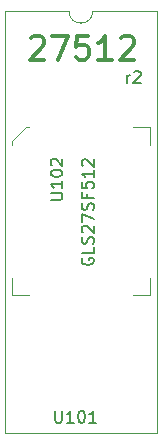
<source format=gbr>
%TF.GenerationSoftware,KiCad,Pcbnew,5.1.12-84ad8e8a86~92~ubuntu18.04.1*%
%TF.CreationDate,2023-06-24T13:51:17+02:00*%
%TF.ProjectId,EPROM-27512-GLS27SF512,4550524f-4d2d-4323-9735-31322d474c53,r2*%
%TF.SameCoordinates,Original*%
%TF.FileFunction,Legend,Top*%
%TF.FilePolarity,Positive*%
%FSLAX46Y46*%
G04 Gerber Fmt 4.6, Leading zero omitted, Abs format (unit mm)*
G04 Created by KiCad (PCBNEW 5.1.12-84ad8e8a86~92~ubuntu18.04.1) date 2023-06-24 13:51:17*
%MOMM*%
%LPD*%
G01*
G04 APERTURE LIST*
%ADD10C,0.150000*%
%ADD11C,0.350000*%
%ADD12C,0.120000*%
G04 APERTURE END LIST*
D10*
X98486980Y-74467980D02*
X98486980Y-73801314D01*
X98486980Y-73991790D02*
X98534600Y-73896552D01*
X98582219Y-73848933D01*
X98677457Y-73801314D01*
X98772695Y-73801314D01*
X99058409Y-73563219D02*
X99106028Y-73515600D01*
X99201266Y-73467980D01*
X99439361Y-73467980D01*
X99534600Y-73515600D01*
X99582219Y-73563219D01*
X99629838Y-73658457D01*
X99629838Y-73753695D01*
X99582219Y-73896552D01*
X99010790Y-74467980D01*
X99629838Y-74467980D01*
X94699200Y-89299561D02*
X94651580Y-89394800D01*
X94651580Y-89537657D01*
X94699200Y-89680514D01*
X94794438Y-89775752D01*
X94889676Y-89823371D01*
X95080152Y-89870990D01*
X95223009Y-89870990D01*
X95413485Y-89823371D01*
X95508723Y-89775752D01*
X95603961Y-89680514D01*
X95651580Y-89537657D01*
X95651580Y-89442419D01*
X95603961Y-89299561D01*
X95556342Y-89251942D01*
X95223009Y-89251942D01*
X95223009Y-89442419D01*
X95651580Y-88347180D02*
X95651580Y-88823371D01*
X94651580Y-88823371D01*
X95603961Y-88061466D02*
X95651580Y-87918609D01*
X95651580Y-87680514D01*
X95603961Y-87585276D01*
X95556342Y-87537657D01*
X95461104Y-87490038D01*
X95365866Y-87490038D01*
X95270628Y-87537657D01*
X95223009Y-87585276D01*
X95175390Y-87680514D01*
X95127771Y-87870990D01*
X95080152Y-87966228D01*
X95032533Y-88013847D01*
X94937295Y-88061466D01*
X94842057Y-88061466D01*
X94746819Y-88013847D01*
X94699200Y-87966228D01*
X94651580Y-87870990D01*
X94651580Y-87632895D01*
X94699200Y-87490038D01*
X94746819Y-87109085D02*
X94699200Y-87061466D01*
X94651580Y-86966228D01*
X94651580Y-86728133D01*
X94699200Y-86632895D01*
X94746819Y-86585276D01*
X94842057Y-86537657D01*
X94937295Y-86537657D01*
X95080152Y-86585276D01*
X95651580Y-87156704D01*
X95651580Y-86537657D01*
X94651580Y-86204323D02*
X94651580Y-85537657D01*
X95651580Y-85966228D01*
X95603961Y-85204323D02*
X95651580Y-85061466D01*
X95651580Y-84823371D01*
X95603961Y-84728133D01*
X95556342Y-84680514D01*
X95461104Y-84632895D01*
X95365866Y-84632895D01*
X95270628Y-84680514D01*
X95223009Y-84728133D01*
X95175390Y-84823371D01*
X95127771Y-85013847D01*
X95080152Y-85109085D01*
X95032533Y-85156704D01*
X94937295Y-85204323D01*
X94842057Y-85204323D01*
X94746819Y-85156704D01*
X94699200Y-85109085D01*
X94651580Y-85013847D01*
X94651580Y-84775752D01*
X94699200Y-84632895D01*
X95127771Y-83870990D02*
X95127771Y-84204323D01*
X95651580Y-84204323D02*
X94651580Y-84204323D01*
X94651580Y-83728133D01*
X94651580Y-82870990D02*
X94651580Y-83347180D01*
X95127771Y-83394800D01*
X95080152Y-83347180D01*
X95032533Y-83251942D01*
X95032533Y-83013847D01*
X95080152Y-82918609D01*
X95127771Y-82870990D01*
X95223009Y-82823371D01*
X95461104Y-82823371D01*
X95556342Y-82870990D01*
X95603961Y-82918609D01*
X95651580Y-83013847D01*
X95651580Y-83251942D01*
X95603961Y-83347180D01*
X95556342Y-83394800D01*
X95651580Y-81870990D02*
X95651580Y-82442419D01*
X95651580Y-82156704D02*
X94651580Y-82156704D01*
X94794438Y-82251942D01*
X94889676Y-82347180D01*
X94937295Y-82442419D01*
X94746819Y-81490038D02*
X94699200Y-81442419D01*
X94651580Y-81347180D01*
X94651580Y-81109085D01*
X94699200Y-81013847D01*
X94746819Y-80966228D01*
X94842057Y-80918609D01*
X94937295Y-80918609D01*
X95080152Y-80966228D01*
X95651580Y-81537657D01*
X95651580Y-80918609D01*
D11*
X90335647Y-70672438D02*
X90430885Y-70577200D01*
X90621361Y-70481961D01*
X91097552Y-70481961D01*
X91288028Y-70577200D01*
X91383266Y-70672438D01*
X91478504Y-70862914D01*
X91478504Y-71053390D01*
X91383266Y-71339104D01*
X90240409Y-72481961D01*
X91478504Y-72481961D01*
X92145171Y-70481961D02*
X93478504Y-70481961D01*
X92621361Y-72481961D01*
X95192790Y-70481961D02*
X94240409Y-70481961D01*
X94145171Y-71434342D01*
X94240409Y-71339104D01*
X94430885Y-71243866D01*
X94907076Y-71243866D01*
X95097552Y-71339104D01*
X95192790Y-71434342D01*
X95288028Y-71624819D01*
X95288028Y-72101009D01*
X95192790Y-72291485D01*
X95097552Y-72386723D01*
X94907076Y-72481961D01*
X94430885Y-72481961D01*
X94240409Y-72386723D01*
X94145171Y-72291485D01*
X97192790Y-72481961D02*
X96049933Y-72481961D01*
X96621361Y-72481961D02*
X96621361Y-70481961D01*
X96430885Y-70767676D01*
X96240409Y-70958152D01*
X96049933Y-71053390D01*
X97954695Y-70672438D02*
X98049933Y-70577200D01*
X98240409Y-70481961D01*
X98716600Y-70481961D01*
X98907076Y-70577200D01*
X99002314Y-70672438D01*
X99097552Y-70862914D01*
X99097552Y-71053390D01*
X99002314Y-71339104D01*
X97859457Y-72481961D01*
X99097552Y-72481961D01*
D12*
%TO.C,U101*%
X93572401Y-68393201D02*
X88112401Y-68393201D01*
X88112401Y-68393201D02*
X88112401Y-104073201D01*
X88112401Y-104073201D02*
X101032401Y-104073201D01*
X101032401Y-104073201D02*
X101032401Y-68393201D01*
X101032401Y-68393201D02*
X95572401Y-68393201D01*
X95572401Y-68393201D02*
G75*
G02*
X93572401Y-68393201I-1000000J0D01*
G01*
%TO.C,U102*%
X98959600Y-78223600D02*
X100414600Y-78223600D01*
X100414600Y-78223600D02*
X100414600Y-79678600D01*
X90219600Y-92413600D02*
X88764600Y-92413600D01*
X88764600Y-92413600D02*
X88764600Y-90958600D01*
X98959600Y-92413600D02*
X100414600Y-92413600D01*
X100414600Y-92413600D02*
X100414600Y-90958600D01*
X90219600Y-78223600D02*
X89936818Y-78223600D01*
X89936818Y-78223600D02*
X88764600Y-79395818D01*
X88764600Y-79395818D02*
X88764600Y-79678600D01*
%TO.C,U101*%
D10*
X92392714Y-102220780D02*
X92392714Y-103030304D01*
X92440333Y-103125542D01*
X92487952Y-103173161D01*
X92583190Y-103220780D01*
X92773666Y-103220780D01*
X92868904Y-103173161D01*
X92916523Y-103125542D01*
X92964142Y-103030304D01*
X92964142Y-102220780D01*
X93964142Y-103220780D02*
X93392714Y-103220780D01*
X93678428Y-103220780D02*
X93678428Y-102220780D01*
X93583190Y-102363638D01*
X93487952Y-102458876D01*
X93392714Y-102506495D01*
X94583190Y-102220780D02*
X94678428Y-102220780D01*
X94773666Y-102268400D01*
X94821285Y-102316019D01*
X94868904Y-102411257D01*
X94916523Y-102601733D01*
X94916523Y-102839828D01*
X94868904Y-103030304D01*
X94821285Y-103125542D01*
X94773666Y-103173161D01*
X94678428Y-103220780D01*
X94583190Y-103220780D01*
X94487952Y-103173161D01*
X94440333Y-103125542D01*
X94392714Y-103030304D01*
X94345095Y-102839828D01*
X94345095Y-102601733D01*
X94392714Y-102411257D01*
X94440333Y-102316019D01*
X94487952Y-102268400D01*
X94583190Y-102220780D01*
X95868904Y-103220780D02*
X95297476Y-103220780D01*
X95583190Y-103220780D02*
X95583190Y-102220780D01*
X95487952Y-102363638D01*
X95392714Y-102458876D01*
X95297476Y-102506495D01*
%TO.C,U102*%
X92009980Y-84340485D02*
X92819504Y-84340485D01*
X92914742Y-84292866D01*
X92962361Y-84245247D01*
X93009980Y-84150009D01*
X93009980Y-83959533D01*
X92962361Y-83864295D01*
X92914742Y-83816676D01*
X92819504Y-83769057D01*
X92009980Y-83769057D01*
X93009980Y-82769057D02*
X93009980Y-83340485D01*
X93009980Y-83054771D02*
X92009980Y-83054771D01*
X92152838Y-83150009D01*
X92248076Y-83245247D01*
X92295695Y-83340485D01*
X92009980Y-82150009D02*
X92009980Y-82054771D01*
X92057600Y-81959533D01*
X92105219Y-81911914D01*
X92200457Y-81864295D01*
X92390933Y-81816676D01*
X92629028Y-81816676D01*
X92819504Y-81864295D01*
X92914742Y-81911914D01*
X92962361Y-81959533D01*
X93009980Y-82054771D01*
X93009980Y-82150009D01*
X92962361Y-82245247D01*
X92914742Y-82292866D01*
X92819504Y-82340485D01*
X92629028Y-82388104D01*
X92390933Y-82388104D01*
X92200457Y-82340485D01*
X92105219Y-82292866D01*
X92057600Y-82245247D01*
X92009980Y-82150009D01*
X92105219Y-81435723D02*
X92057600Y-81388104D01*
X92009980Y-81292866D01*
X92009980Y-81054771D01*
X92057600Y-80959533D01*
X92105219Y-80911914D01*
X92200457Y-80864295D01*
X92295695Y-80864295D01*
X92438552Y-80911914D01*
X93009980Y-81483342D01*
X93009980Y-80864295D01*
%TD*%
M02*

</source>
